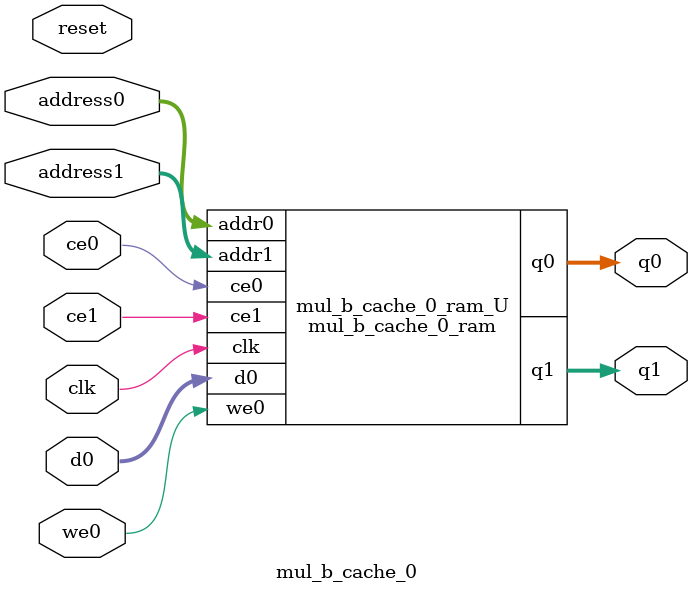
<source format=v>
`timescale 1 ns / 1 ps
module mul_b_cache_0_ram (addr0, ce0, d0, we0, q0, addr1, ce1, q1,  clk);

parameter DWIDTH = 32;
parameter AWIDTH = 4;
parameter MEM_SIZE = 10;

input[AWIDTH-1:0] addr0;
input ce0;
input[DWIDTH-1:0] d0;
input we0;
output reg[DWIDTH-1:0] q0;
input[AWIDTH-1:0] addr1;
input ce1;
output reg[DWIDTH-1:0] q1;
input clk;

(* ram_style = "distributed" *)reg [DWIDTH-1:0] ram[0:MEM_SIZE-1];




always @(posedge clk)  
begin 
    if (ce0) 
    begin
        if (we0) 
        begin 
            ram[addr0] <= d0; 
        end 
        q0 <= ram[addr0];
    end
end


always @(posedge clk)  
begin 
    if (ce1) 
    begin
        q1 <= ram[addr1];
    end
end


endmodule

`timescale 1 ns / 1 ps
module mul_b_cache_0(
    reset,
    clk,
    address0,
    ce0,
    we0,
    d0,
    q0,
    address1,
    ce1,
    q1);

parameter DataWidth = 32'd32;
parameter AddressRange = 32'd10;
parameter AddressWidth = 32'd4;
input reset;
input clk;
input[AddressWidth - 1:0] address0;
input ce0;
input we0;
input[DataWidth - 1:0] d0;
output[DataWidth - 1:0] q0;
input[AddressWidth - 1:0] address1;
input ce1;
output[DataWidth - 1:0] q1;



mul_b_cache_0_ram mul_b_cache_0_ram_U(
    .clk( clk ),
    .addr0( address0 ),
    .ce0( ce0 ),
    .we0( we0 ),
    .d0( d0 ),
    .q0( q0 ),
    .addr1( address1 ),
    .ce1( ce1 ),
    .q1( q1 ));

endmodule


</source>
